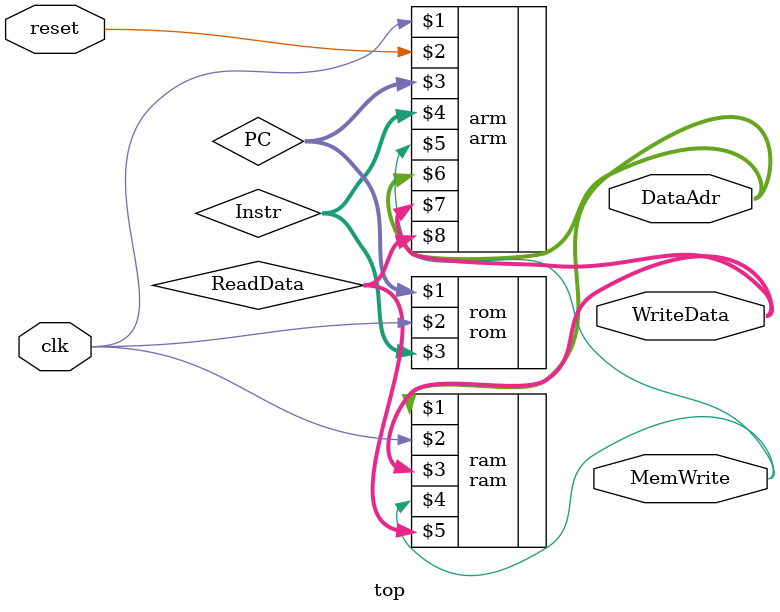
<source format=sv>
module top(
    input  logic        clk, reset,
    output logic [31:0] WriteData, DataAdr,
    output logic        MemWrite
);

    logic [31:0] PC, Instr, ReadData;

    // instantiate processor and memories
    arm arm  (clk, reset, PC, Instr, MemWrite, DataAdr, WriteData, ReadData);
    rom rom  (PC, clk, Instr);
	 ram ram (DataAdr, clk, WriteData, MemWrite, ReadData);

endmodule

</source>
